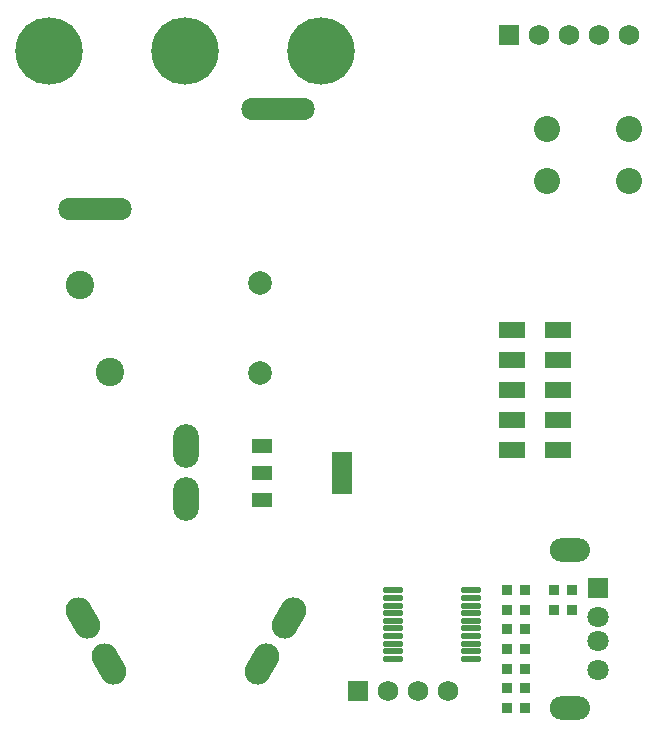
<source format=gbs>
%FSTAX23Y23*%
%MOIN*%
%SFA1B1*%

%IPPOS*%
%AMD43*
4,1,4,-0.052200,-0.003900,0.022700,-0.047200,0.052200,0.003900,-0.022700,0.047200,-0.052200,-0.003900,0.0*
1,1,0.086740,-0.014700,-0.025500*
1,1,0.086740,0.014700,0.025500*
%
%AMD44*
4,1,4,-0.022700,-0.047200,0.052200,-0.003900,0.022700,0.047200,-0.052200,0.003900,-0.022700,-0.047200,0.0*
1,1,0.086740,0.014800,-0.025500*
1,1,0.086740,-0.014800,0.025500*
%
%ADD34R,0.033000X0.038000*%
%ADD39C,0.070990*%
%ADD40R,0.070990X0.070990*%
%ADD41O,0.133980X0.078870*%
%ADD42O,0.086740X0.145800*%
G04~CAMADD=43~3~0.0~0.0~867.4~1458.0~0.0~0.0~0~0.0~0.0~0.0~0.0~0~0.0~0.0~0.0~0.0~0~0.0~0.0~0.0~150.0~1162.0~1376.0*
%ADD43D43*%
G04~CAMADD=44~3~0.0~0.0~867.4~1458.0~0.0~0.0~0~0.0~0.0~0.0~0.0~0~0.0~0.0~0.0~0.0~0~0.0~0.0~0.0~210.0~1162.0~1376.0*
%ADD44D44*%
%ADD45O,0.244220X0.074930*%
%ADD46C,0.094610*%
%ADD47C,0.078870*%
%ADD48C,0.086740*%
%ADD49R,0.068000X0.068000*%
%ADD50C,0.068000*%
%ADD77R,0.069020X0.051310*%
%ADD78R,0.069020X0.143830*%
%ADD79R,0.069020X0.051310*%
%ADD80R,0.086740X0.055240*%
%ADD81O,0.070990X0.019810*%
%ADD82C,0.224530*%
%LN86ÐÍzigbeeÖÇÄÜ²å×ù°å-1*%
%LPD*%
G54D34*
X0536Y02731D03*
X05422D03*
Y03057D03*
X0536D03*
X05422Y02992D03*
X0536D03*
Y02927D03*
X05422D03*
Y02796D03*
X0536D03*
Y02666D03*
X05422D03*
X0536Y02861D03*
X05422D03*
X05578Y02992D03*
X05516D03*
X05578Y03057D03*
X05516D03*
G54D39*
X05665Y0279D03*
Y02888D03*
Y02967D03*
G54D40*
X05665Y03066D03*
G54D41*
X0557Y0319D03*
Y02666D03*
G54D42*
X04289Y03538D03*
Y0336D03*
G54D43*
X04544Y02811D03*
X04633Y02965D03*
G54D44*
X04034Y02811D03*
X03946Y02965D03*
G54D45*
X04597Y04662D03*
X03986Y04327D03*
G54D46*
X03937Y04076D03*
X04037Y03785D03*
G54D47*
X04537Y03781D03*
Y0408D03*
G54D48*
X05493Y04596D03*
X05768Y04422D03*
Y04596D03*
X05493Y04422D03*
G54D49*
X04863Y02722D03*
X05366Y04909D03*
G54D50*
X04963Y02722D03*
X05063D03*
X05163D03*
X05766Y04909D03*
X05666D03*
X05566D03*
X05466D03*
G54D77*
X04545Y03448D03*
Y03538D03*
G54D78*
X04811Y03448D03*
G54D79*
X04545Y03357D03*
G54D80*
X05531Y03925D03*
X05377D03*
Y03825D03*
X05531D03*
Y03725D03*
X05377D03*
X05531Y03625D03*
Y03525D03*
X05377Y03625D03*
Y03525D03*
G54D81*
X04982Y02827D03*
Y02853D03*
Y02879D03*
Y02904D03*
Y0293D03*
Y02955D03*
Y02981D03*
Y03006D03*
Y03032D03*
Y03058D03*
X05239Y02827D03*
Y02853D03*
Y02879D03*
Y02904D03*
Y0293D03*
Y02955D03*
Y02981D03*
Y03006D03*
Y03032D03*
Y03058D03*
G54D82*
X03835Y04856D03*
X04288D03*
X04741D03*
M02*
</source>
